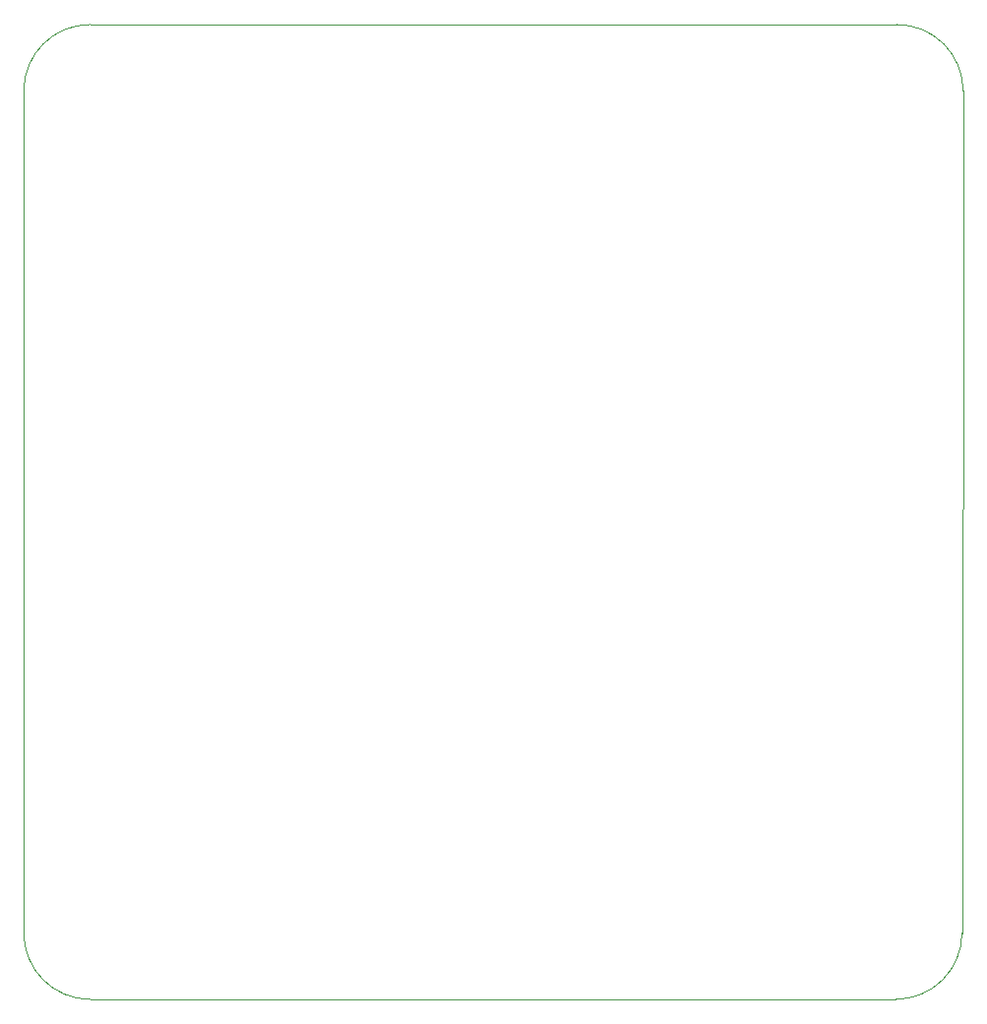
<source format=gm1>
G04 #@! TF.GenerationSoftware,KiCad,Pcbnew,8.0.4*
G04 #@! TF.CreationDate,2024-07-20T21:58:40+05:30*
G04 #@! TF.ProjectId,OTAPS,4f544150-532e-46b6-9963-61645f706362,1*
G04 #@! TF.SameCoordinates,Original*
G04 #@! TF.FileFunction,Profile,NP*
%FSLAX46Y46*%
G04 Gerber Fmt 4.6, Leading zero omitted, Abs format (unit mm)*
G04 Created by KiCad (PCBNEW 8.0.4) date 2024-07-20 21:58:40*
%MOMM*%
%LPD*%
G01*
G04 APERTURE LIST*
G04 #@! TA.AperFunction,Profile*
%ADD10C,0.050000*%
G04 #@! TD*
G04 APERTURE END LIST*
D10*
X109799124Y-128499999D02*
X109799123Y-56000000D01*
X184899999Y-134200876D02*
X115500001Y-134200876D01*
X190700876Y-56000001D02*
X190600876Y-128499999D01*
X115500000Y-50299123D02*
X184999999Y-50299124D01*
X190600876Y-128499999D02*
G75*
G02*
X184899999Y-134200876I-5700876J-1D01*
G01*
X115500001Y-134200876D02*
G75*
G02*
X109799124Y-128499999I-1J5700876D01*
G01*
X184999999Y-50299124D02*
G75*
G02*
X190700876Y-56000001I1J-5700876D01*
G01*
X109799123Y-56000000D02*
G75*
G02*
X115500000Y-50299123I5700877J0D01*
G01*
M02*

</source>
